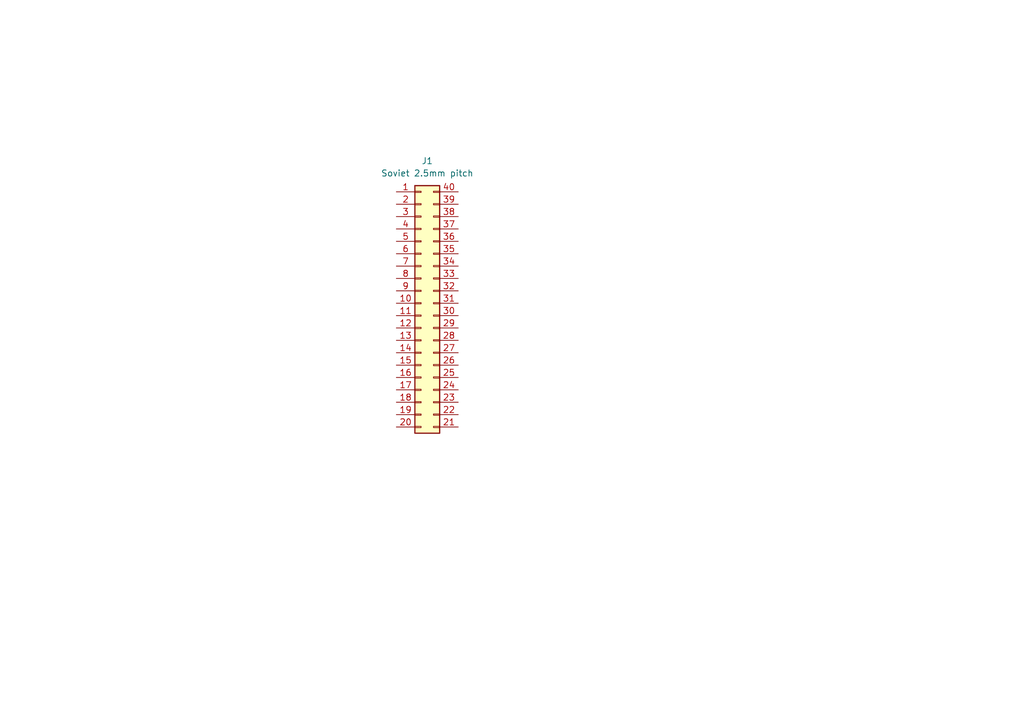
<source format=kicad_sch>
(kicad_sch (version 20250114) (generator "eeschema") (generator_version "9.0")
  (paper "A5")
  (title_block (title "Soviet 40pin IC Socket") (date "21-Apr-2025") (rev "A") (company "Brett Hallen") (comment 1 "www.youtube.com/@Brfff"))
  (lib_symbols
    (symbol "Connector_Generic:Conn_02x20_Counter_Clockwise" (pin_names (offset 1.016) (hide yes))
      (property "Reference" "J" (at 1.27 25.4 0))
      (property "Value" "Conn_02x20_Counter_Clockwise" (at 1.27 -27.94 0))
      (symbol "Conn_02x20_Counter_Clockwise_1_1"
        (rectangle (start -1.27 24.13) (end 3.81 -26.67) (stroke (width 0.254)) (fill (type background)))
        (rectangle (start -1.27 22.987) (end 0 22.733) (stroke (width 0.1524)))
        (rectangle (start -1.27 20.447) (end 0 20.193) (stroke (width 0.1524)))
        (rectangle (start -1.27 17.907) (end 0 17.653) (stroke (width 0.1524)))
        (rectangle (start -1.27 15.367) (end 0 15.113) (stroke (width 0.1524)))
        (rectangle (start -1.27 12.827) (end 0 12.573) (stroke (width 0.1524)))
        (rectangle (start -1.27 10.287) (end 0 10.033) (stroke (width 0.1524)))
        (rectangle (start -1.27 7.747) (end 0 7.493) (stroke (width 0.1524)))
        (rectangle (start -1.27 5.207) (end 0 4.953) (stroke (width 0.1524)))
        (rectangle (start -1.27 2.667) (end 0 2.413) (stroke (width 0.1524)))
        (rectangle (start -1.27 0.127) (end 0 -0.127) (stroke (width 0.1524)))
        (rectangle (start -1.27 -2.413) (end 0 -2.667) (stroke (width 0.1524)))
        (rectangle (start -1.27 -4.953) (end 0 -5.207) (stroke (width 0.1524)))
        (rectangle (start -1.27 -7.493) (end 0 -7.747) (stroke (width 0.1524)))
        (rectangle (start -1.27 -10.033) (end 0 -10.287) (stroke (width 0.1524)))
        (rectangle (start -1.27 -12.573) (end 0 -12.827) (stroke (width 0.1524)))
        (rectangle (start -1.27 -15.113) (end 0 -15.367) (stroke (width 0.1524)))
        (rectangle (start -1.27 -17.653) (end 0 -17.907) (stroke (width 0.1524)))
        (rectangle (start -1.27 -20.193) (end 0 -20.447) (stroke (width 0.1524)))
        (rectangle (start -1.27 -22.733) (end 0 -22.987) (stroke (width 0.1524)))
        (rectangle (start -1.27 -25.273) (end 0 -25.527) (stroke (width 0.1524)))
        (rectangle (start 3.81 22.987) (end 2.54 22.733) (stroke (width 0.1524)))
        (rectangle (start 3.81 20.447) (end 2.54 20.193) (stroke (width 0.1524)))
        (rectangle (start 3.81 17.907) (end 2.54 17.653) (stroke (width 0.1524)))
        (rectangle (start 3.81 15.367) (end 2.54 15.113) (stroke (width 0.1524)))
        (rectangle (start 3.81 12.827) (end 2.54 12.573) (stroke (width 0.1524)))
        (rectangle (start 3.81 10.287) (end 2.54 10.033) (stroke (width 0.1524)))
        (rectangle (start 3.81 7.747) (end 2.54 7.493) (stroke (width 0.1524)))
        (rectangle (start 3.81 5.207) (end 2.54 4.953) (stroke (width 0.1524)))
        (rectangle (start 3.81 2.667) (end 2.54 2.413) (stroke (width 0.1524)))
        (rectangle (start 3.81 0.127) (end 2.54 -0.127) (stroke (width 0.1524)))
        (rectangle (start 3.81 -2.413) (end 2.54 -2.667) (stroke (width 0.1524)))
        (rectangle (start 3.81 -4.953) (end 2.54 -5.207) (stroke (width 0.1524)))
        (rectangle (start 3.81 -7.493) (end 2.54 -7.747) (stroke (width 0.1524)))
        (rectangle (start 3.81 -10.033) (end 2.54 -10.287) (stroke (width 0.1524)))
        (rectangle (start 3.81 -12.573) (end 2.54 -12.827) (stroke (width 0.1524)))
        (rectangle (start 3.81 -15.113) (end 2.54 -15.367) (stroke (width 0.1524)))
        (rectangle (start 3.81 -17.653) (end 2.54 -17.907) (stroke (width 0.1524)))
        (rectangle (start 3.81 -20.193) (end 2.54 -20.447) (stroke (width 0.1524)))
        (rectangle (start 3.81 -22.733) (end 2.54 -22.987) (stroke (width 0.1524)))
        (rectangle (start 3.81 -25.273) (end 2.54 -25.527) (stroke (width 0.1524)))
        (pin passive line (at -5.08 22.86 0) (length 3.81) (name "Pin_1") (number "1"))
        (pin passive line (at -5.08 20.32 0) (length 3.81) (name "Pin_2") (number "2"))
        (pin passive line (at -5.08 17.78 0) (length 3.81) (name "Pin_3") (number "3"))
        (pin passive line (at -5.08 15.24 0) (length 3.81) (name "Pin_4") (number "4"))
        (pin passive line (at -5.08 12.7 0) (length 3.81) (name "Pin_5") (number "5"))
        (pin passive line (at -5.08 10.16 0) (length 3.81) (name "Pin_6") (number "6"))
        (pin passive line (at -5.08 7.62 0) (length 3.81) (name "Pin_7") (number "7"))
        (pin passive line (at -5.08 5.08 0) (length 3.81) (name "Pin_8") (number "8"))
        (pin passive line (at -5.08 2.54 0) (length 3.81) (name "Pin_9") (number "9"))
        (pin passive line (at -5.08 0 0) (length 3.81) (name "Pin_10") (number "10"))
        (pin passive line (at -5.08 -2.54 0) (length 3.81) (name "Pin_11") (number "11"))
        (pin passive line (at -5.08 -5.08 0) (length 3.81) (name "Pin_12") (number "12"))
        (pin passive line (at -5.08 -7.62 0) (length 3.81) (name "Pin_13") (number "13"))
        (pin passive line (at -5.08 -10.16 0) (length 3.81) (name "Pin_14") (number "14"))
        (pin passive line (at -5.08 -12.7 0) (length 3.81) (name "Pin_15") (number "15"))
        (pin passive line (at -5.08 -15.24 0) (length 3.81) (name "Pin_16") (number "16"))
        (pin passive line (at -5.08 -17.78 0) (length 3.81) (name "Pin_17") (number "17"))
        (pin passive line (at -5.08 -20.32 0) (length 3.81) (name "Pin_18") (number "18"))
        (pin passive line (at -5.08 -22.86 0) (length 3.81) (name "Pin_19") (number "19"))
        (pin passive line (at -5.08 -25.4 0) (length 3.81) (name "Pin_20") (number "20"))
        (pin passive line (at 7.62 22.86 180) (length 3.81) (name "Pin_40") (number "40"))
        (pin passive line (at 7.62 20.32 180) (length 3.81) (name "Pin_39") (number "39"))
        (pin passive line (at 7.62 17.78 180) (length 3.81) (name "Pin_38") (number "38"))
        (pin passive line (at 7.62 15.24 180) (length 3.81) (name "Pin_37") (number "37"))
        (pin passive line (at 7.62 12.7 180) (length 3.81) (name "Pin_36") (number "36"))
        (pin passive line (at 7.62 10.16 180) (length 3.81) (name "Pin_35") (number "35"))
        (pin passive line (at 7.62 7.62 180) (length 3.81) (name "Pin_34") (number "34"))
        (pin passive line (at 7.62 5.08 180) (length 3.81) (name "Pin_33") (number "33"))
        (pin passive line (at 7.62 2.54 180) (length 3.81) (name "Pin_32") (number "32"))
        (pin passive line (at 7.62 0 180) (length 3.81) (name "Pin_31") (number "31"))
        (pin passive line (at 7.62 -2.54 180) (length 3.81) (name "Pin_30") (number "30"))
        (pin passive line (at 7.62 -5.08 180) (length 3.81) (name "Pin_29") (number "29"))
        (pin passive line (at 7.62 -7.62 180) (length 3.81) (name "Pin_28") (number "28"))
        (pin passive line (at 7.62 -10.16 180) (length 3.81) (name "Pin_27") (number "27"))
        (pin passive line (at 7.62 -12.7 180) (length 3.81) (name "Pin_26") (number "26"))
        (pin passive line (at 7.62 -15.24 180) (length 3.81) (name "Pin_25") (number "25"))
        (pin passive line (at 7.62 -17.78 180) (length 3.81) (name "Pin_24") (number "24"))
        (pin passive line (at 7.62 -20.32 180) (length 3.81) (name "Pin_23") (number "23"))
        (pin passive line (at 7.62 -22.86 180) (length 3.81) (name "Pin_22") (number "22"))
        (pin passive line (at 7.62 -25.4 180) (length 3.81) (name "Pin_21") (number "21"))
      )
    )
  )
  (symbol (lib_id "Connector_Generic:Conn_02x20_Counter_Clockwise") (at 86.36 62.23 0) (unit 1)
    (property "Reference" "J1" (at 87.63 33.02 0))
    (property "Value" "Soviet 2.5mm pitch" (at 87.63 35.56 0))
    (property "Footprint" "Clueless_Engineer:Soviet_DIP-40_W15.24mm_Socket_LongPads" (effects (hide yes)))
    (property "Description" "Generic connector, double row, 02x20, counter clockwise pin numbering scheme (similar to DIP package numbering), script generated (kicad-library-utils/schlib/autogen/connector/)" (effects (hide yes)))
  )
)
</source>
